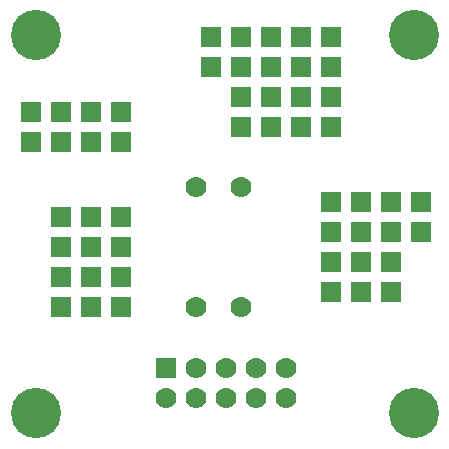
<source format=gbr>
%FSLAX23Y23*%
%MOIN*%
G04 EasyPC Gerber Version 18.0.1 Build 3581 *
%ADD22R,0.07000X0.07000*%
%ADD24R,0.07000X0.07000*%
%ADD25C,0.07000*%
%ADD23C,0.07000*%
%ADD21C,0.16748*%
X0Y0D02*
D02*
D21*
X121Y121D03*
Y1380D03*
X1380Y121D03*
Y1380D03*
D02*
D22*
X105Y1026D03*
Y1126D03*
X205Y476D03*
Y576D03*
Y676D03*
Y776D03*
Y1026D03*
Y1126D03*
X305Y476D03*
Y576D03*
Y676D03*
Y776D03*
Y1026D03*
Y1126D03*
X405Y476D03*
Y576D03*
Y676D03*
Y776D03*
Y1026D03*
Y1126D03*
X705Y1276D03*
Y1376D03*
X805Y1076D03*
Y1176D03*
Y1276D03*
Y1376D03*
X905Y1076D03*
Y1176D03*
Y1276D03*
Y1376D03*
X1005Y1076D03*
Y1176D03*
Y1276D03*
Y1376D03*
X1105Y526D03*
Y626D03*
Y726D03*
Y826D03*
Y1076D03*
Y1176D03*
Y1276D03*
Y1376D03*
X1205Y526D03*
Y626D03*
Y726D03*
Y826D03*
X1305Y526D03*
Y626D03*
Y726D03*
Y826D03*
X1405Y726D03*
Y826D03*
D02*
D23*
X655Y476D03*
Y876D03*
X805Y476D03*
Y876D03*
D02*
D24*
X555Y270D03*
D02*
D25*
Y170D03*
X655D03*
Y270D03*
X755Y170D03*
Y270D03*
X855Y170D03*
Y270D03*
X955Y170D03*
Y270D03*
X0Y0D02*
M02*

</source>
